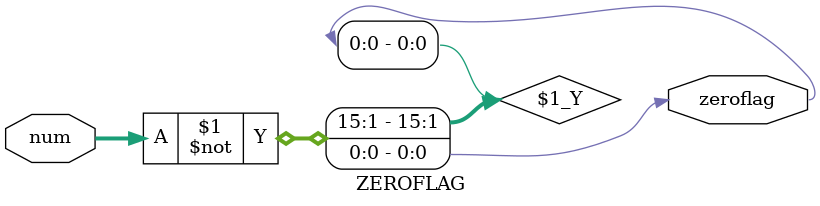
<source format=v>
`timescale 1ns / 1ps
module ZEROFLAG(
    input [15:0] num,
    output zeroflag
);

assign zeroflag = ~(num);


endmodule

</source>
